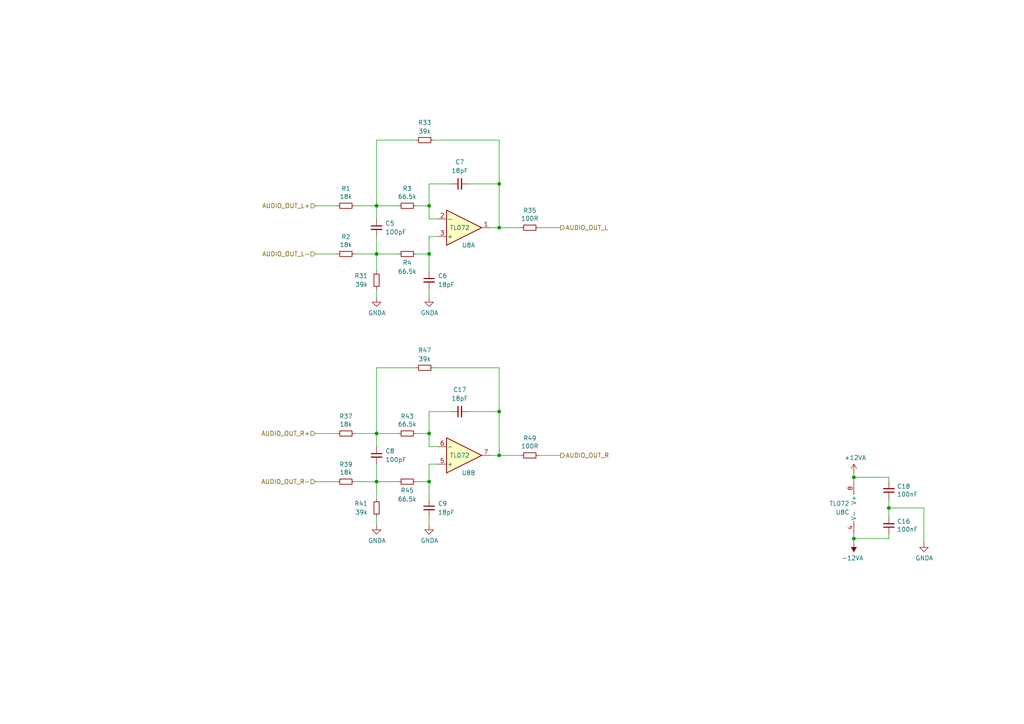
<source format=kicad_sch>
(kicad_sch (version 20230121) (generator eeschema)
  (paper "A4")
  (title_block (title "Echo Cinematic") (date "2024-01-29") (rev "A") (company "KNOBULA") (comment 3 "KNOBULA"))
  (lib_symbols
    (symbol "Amplifier_Operational:TL072" (pin_names (offset 0.127))
      (property "Reference" "U" (at 0 5.08 0))
      (property "Value" "TL072" (at 0 -5.08 0))
      (symbol "TL072_1_1"
        (polyline (pts (xy -5.08 5.08) (xy 5.08 0) (xy -5.08 -5.08) (xy -5.08 5.08)) (stroke (width 0.254)) (fill (type background)))
        (pin output line (at 7.62 0 180) (length 2.54) (name "~") (number "1"))
        (pin input line (at -7.62 -2.54 0) (length 2.54) (name "-") (number "2"))
        (pin input line (at -7.62 2.54 0) (length 2.54) (name "+") (number "3"))
      )
      (symbol "TL072_2_1"
        (polyline (pts (xy -5.08 5.08) (xy 5.08 0) (xy -5.08 -5.08) (xy -5.08 5.08)) (stroke (width 0.254)) (fill (type background)))
        (pin input line (at -7.62 2.54 0) (length 2.54) (name "+") (number "5"))
        (pin input line (at -7.62 -2.54 0) (length 2.54) (name "-") (number "6"))
        (pin output line (at 7.62 0 180) (length 2.54) (name "~") (number "7"))
      )
      (symbol "TL072_3_1"
        (pin power_in line (at -2.54 -7.62 90) (length 3.81) (name "V-") (number "4"))
        (pin power_in line (at -2.54 7.62 270) (length 3.81) (name "V+") (number "8"))
      )
    )
    (symbol "Device:C_Small" (pin_numbers hide) (pin_names (offset 0.254) hide)
      (property "Reference" "C" (at 0.254 1.778 0))
      (property "Value" "C_Small" (at 0.254 -2.032 0))
      (symbol "C_Small_0_1"
        (polyline (pts (xy -1.524 -0.508) (xy 1.524 -0.508)) (stroke (width 0.3302)))
        (polyline (pts (xy -1.524 0.508) (xy 1.524 0.508)) (stroke (width 0.3048)))
      )
      (symbol "C_Small_1_1"
        (pin passive line (at 0 2.54 270) (length 2.032) (name "~") (number "1"))
        (pin passive line (at 0 -2.54 90) (length 2.032) (name "~") (number "2"))
      )
    )
    (symbol "Device:R_Small" (pin_numbers hide) (pin_names (offset 0.254) hide)
      (property "Reference" "R" (at 0.762 0.508 0))
      (property "Value" "R_Small" (at 0.762 -1.016 0))
      (symbol "R_Small_0_1"
        (rectangle (start -0.762 1.778) (end 0.762 -1.778) (stroke (width 0.2032)))
      )
      (symbol "R_Small_1_1"
        (pin passive line (at 0 2.54 270) (length 0.762) (name "~") (number "1"))
        (pin passive line (at 0 -2.54 90) (length 0.762) (name "~") (number "2"))
      )
    )
    (symbol "power:+12VA" (power) (pin_names (offset 0))
      (property "Value" "+12VA" (at 0 3.556 0))
      (symbol "+12VA_0_1"
        (polyline (pts (xy -0.762 1.27) (xy 0 2.54)))
        (polyline (pts (xy 0 0) (xy 0 2.54)))
        (polyline (pts (xy 0 2.54) (xy 0.762 1.27)))
      )
      (symbol "+12VA_1_1"
        (pin power_in line (at 0 0 90) (length 0) hide (name "+12VA") (number "1"))
      )
    )
    (symbol "power:-12VA" (power) (pin_names (offset 0))
      (property "Value" "-12VA" (at 0 3.556 0))
      (symbol "-12VA_0_0"
        (pin power_in line (at 0 0 90) (length 0) hide (name "-12VA") (number "1"))
      )
      (symbol "-12VA_0_1"
        (polyline (pts (xy 0 0) (xy 0 1.27) (xy 0.762 1.27) (xy 0 2.54) (xy -0.762 1.27) (xy 0 1.27)) (fill (type outline)))
      )
    )
    (symbol "power:GNDA" (power) (pin_names (offset 0))
      (property "Value" "GNDA" (at 0 -3.81 0))
      (symbol "GNDA_0_1"
        (polyline (pts (xy 0 0) (xy 0 -1.27) (xy 1.27 -1.27) (xy 0 -2.54) (xy -1.27 -1.27) (xy 0 -1.27)))
      )
      (symbol "GNDA_1_1"
        (pin power_in line (at 0 0 270) (length 0) hide (name "GNDA") (number "1"))
      )
    )
  )
  (junction (at 109.22 73.66))
  (junction (at 109.22 59.69))
  (junction (at 144.78 66.04))
  (junction (at 247.65 156.21))
  (junction (at 247.65 138.43))
  (junction (at 124.46 139.7))
  (junction (at 144.78 119.38))
  (junction (at 144.78 53.34))
  (junction (at 124.46 125.73))
  (junction (at 109.22 125.73))
  (junction (at 257.81 147.32))
  (junction (at 124.46 73.66))
  (junction (at 109.22 139.7))
  (junction (at 144.78 132.08))
  (junction (at 124.46 59.69))
  (wire (pts (xy 124.46 73.66) (xy 124.46 78.74)))
  (wire (pts (xy 144.78 66.04) (xy 151.13 66.04)))
  (wire (pts (xy 91.44 73.66) (xy 97.79 73.66)))
  (wire (pts (xy 124.46 83.82) (xy 124.46 86.36)))
  (wire (pts (xy 127 68.58) (xy 124.46 68.58)))
  (wire (pts (xy 109.22 106.68) (xy 109.22 125.73)))
  (wire (pts (xy 247.65 154.94) (xy 247.65 156.21)))
  (wire (pts (xy 156.21 66.04) (xy 162.56 66.04)))
  (wire (pts (xy 124.46 68.58) (xy 124.46 73.66)))
  (wire (pts (xy 127 134.62) (xy 124.46 134.62)))
  (wire (pts (xy 124.46 53.34) (xy 124.46 59.69)))
  (wire (pts (xy 124.46 125.73) (xy 120.65 125.73)))
  (wire (pts (xy 124.46 119.38) (xy 124.46 125.73)))
  (wire (pts (xy 124.46 139.7) (xy 124.46 144.78)))
  (wire (pts (xy 127 129.54) (xy 124.46 129.54)))
  (wire (pts (xy 124.46 134.62) (xy 124.46 139.7)))
  (wire (pts (xy 124.46 63.5) (xy 124.46 59.69)))
  (wire (pts (xy 109.22 73.66) (xy 109.22 68.58)))
  (wire (pts (xy 135.89 119.38) (xy 144.78 119.38)))
  (wire (pts (xy 267.97 147.32) (xy 257.81 147.32)))
  (wire (pts (xy 124.46 129.54) (xy 124.46 125.73)))
  (wire (pts (xy 135.89 53.34) (xy 144.78 53.34)))
  (wire (pts (xy 144.78 132.08) (xy 142.24 132.08)))
  (wire (pts (xy 109.22 139.7) (xy 109.22 144.78)))
  (wire (pts (xy 109.22 139.7) (xy 115.57 139.7)))
  (wire (pts (xy 120.65 106.68) (xy 109.22 106.68)))
  (wire (pts (xy 267.97 157.48) (xy 267.97 147.32)))
  (wire (pts (xy 109.22 40.64) (xy 109.22 59.69)))
  (wire (pts (xy 102.87 59.69) (xy 109.22 59.69)))
  (wire (pts (xy 91.44 139.7) (xy 97.79 139.7)))
  (wire (pts (xy 109.22 139.7) (xy 109.22 134.62)))
  (wire (pts (xy 109.22 59.69) (xy 115.57 59.69)))
  (wire (pts (xy 125.73 106.68) (xy 144.78 106.68)))
  (wire (pts (xy 127 63.5) (xy 124.46 63.5)))
  (wire (pts (xy 109.22 73.66) (xy 115.57 73.66)))
  (wire (pts (xy 130.81 53.34) (xy 124.46 53.34)))
  (wire (pts (xy 247.65 138.43) (xy 247.65 139.7)))
  (wire (pts (xy 247.65 156.21) (xy 247.65 157.48)))
  (wire (pts (xy 144.78 106.68) (xy 144.78 119.38)))
  (wire (pts (xy 247.65 138.43) (xy 257.81 138.43)))
  (wire (pts (xy 247.65 156.21) (xy 257.81 156.21)))
  (wire (pts (xy 144.78 53.34) (xy 144.78 66.04)))
  (wire (pts (xy 109.22 59.69) (xy 109.22 63.5)))
  (wire (pts (xy 257.81 156.21) (xy 257.81 154.94)))
  (wire (pts (xy 257.81 138.43) (xy 257.81 139.7)))
  (wire (pts (xy 109.22 83.82) (xy 109.22 86.36)))
  (wire (pts (xy 109.22 73.66) (xy 109.22 78.74)))
  (wire (pts (xy 109.22 125.73) (xy 109.22 129.54)))
  (wire (pts (xy 102.87 139.7) (xy 109.22 139.7)))
  (wire (pts (xy 125.73 40.64) (xy 144.78 40.64)))
  (wire (pts (xy 144.78 119.38) (xy 144.78 132.08)))
  (wire (pts (xy 102.87 73.66) (xy 109.22 73.66)))
  (wire (pts (xy 130.81 119.38) (xy 124.46 119.38)))
  (wire (pts (xy 91.44 59.69) (xy 97.79 59.69)))
  (wire (pts (xy 120.65 40.64) (xy 109.22 40.64)))
  (wire (pts (xy 144.78 40.64) (xy 144.78 53.34)))
  (wire (pts (xy 144.78 66.04) (xy 142.24 66.04)))
  (wire (pts (xy 124.46 139.7) (xy 120.65 139.7)))
  (wire (pts (xy 156.21 132.08) (xy 162.56 132.08)))
  (wire (pts (xy 247.65 137.16) (xy 247.65 138.43)))
  (wire (pts (xy 124.46 73.66) (xy 120.65 73.66)))
  (wire (pts (xy 144.78 132.08) (xy 151.13 132.08)))
  (wire (pts (xy 109.22 125.73) (xy 115.57 125.73)))
  (wire (pts (xy 91.44 125.73) (xy 97.79 125.73)))
  (wire (pts (xy 102.87 125.73) (xy 109.22 125.73)))
  (wire (pts (xy 124.46 59.69) (xy 120.65 59.69)))
  (wire (pts (xy 257.81 147.32) (xy 257.81 149.86)))
  (wire (pts (xy 257.81 144.78) (xy 257.81 147.32)))
  (wire (pts (xy 109.22 149.86) (xy 109.22 152.4)))
  (wire (pts (xy 124.46 149.86) (xy 124.46 152.4)))
  (hierarchical_label "AUDIO_OUT_R+" (shape input) (at 91.44 125.73 180))
  (hierarchical_label "AUDIO_OUT_R-" (shape input) (at 91.44 139.7 180))
  (hierarchical_label "AUDIO_OUT_R" (shape output) (at 162.56 132.08 0))
  (hierarchical_label "AUDIO_OUT_L+" (shape input) (at 91.44 59.69 180))
  (hierarchical_label "AUDIO_OUT_L" (shape output) (at 162.56 66.04 0))
  (hierarchical_label "AUDIO_OUT_L-" (shape input) (at 91.44 73.66 180))
  (symbol (lib_id "power:GNDA") (at 267.97 157.48 0) (unit 1)
    (property "Reference" "#PWR0105" (effects hide))
    (property "Value" "GNDA" (at 268.097 161.8742 0))
  )
  (symbol (lib_id "Device:C_Small") (at 257.81 142.24 180) (unit 1)
    (property "Reference" "C18" (at 260.1468 141.0716 0) (effects (justify right)))
    (property "Value" "100nF" (at 260.1468 143.383 0) (effects (justify right)))
    (property "Footprint" "Capacitor_SMD:C_0603_1608Metric" (effects hide))
  )
  (symbol (lib_id "power:+12VA") (at 247.65 137.16 0) (unit 1)
    (property "Reference" "#PWR0106" (effects hide))
    (property "Value" "+12VA" (at 248.031 132.7658 0))
  )
  (symbol (lib_id "Device:C_Small") (at 257.81 152.4 180) (unit 1)
    (property "Reference" "C16" (at 260.1468 151.2316 0) (effects (justify right)))
    (property "Value" "100nF" (at 260.1468 153.543 0) (effects (justify right)))
    (property "Footprint" "Capacitor_SMD:C_0603_1608Metric" (effects hide))
  )
  (symbol (lib_id "power:-12VA") (at 247.65 157.48 180) (unit 1)
    (property "Reference" "#PWR0107" (effects hide))
    (property "Value" "-12VA" (at 247.269 161.8742 0))
  )
  (symbol (lib_id "Device:R_Small") (at 153.67 66.04 270) (unit 1)
    (property "Reference" "R35" (at 153.67 61.0616 90))
    (property "Value" "100R" (at 153.67 63.373 90))
    (property "Footprint" "Resistor_SMD:R_0603_1608Metric" (effects hide))
  )
  (symbol (lib_id "Amplifier_Operational:TL072") (at 250.19 147.32 0) (unit 3)
    (property "Reference" "U8" (at 246.38 148.59 0) (effects (justify right)))
    (property "Value" "TL072" (at 246.38 146.05 0) (effects (justify right)))
    (property "Footprint" "Package_SO:SO-8_3.9x4.9mm_P1.27mm" (effects hide))
    (property "Datasheet" "http://www.ti.com/lit/ds/symlink/tl071.pdf" (effects hide))
  )
  (symbol (lib_id "Device:R_Small") (at 109.22 81.28 0) (mirror y) (unit 1)
    (property "Reference" "R31" (at 106.68 80.01 0) (effects (justify left)))
    (property "Value" "39k" (at 106.68 82.55 0) (effects (justify left)))
    (property "Footprint" "Resistor_SMD:R_0603_1608Metric" (effects hide))
  )
  (symbol (lib_id "Device:R_Small") (at 118.11 125.73 270) (unit 1)
    (property "Reference" "R43" (at 118.11 120.7516 90))
    (property "Value" "66.5k" (at 118.11 123.063 90))
    (property "Footprint" "Resistor_SMD:R_0603_1608Metric" (effects hide))
  )
  (symbol (lib_id "Device:R_Small") (at 118.11 73.66 270) (unit 1)
    (property "Reference" "R4" (at 118.11 76.2 90))
    (property "Value" "66.5k" (at 118.11 78.74 90))
    (property "Footprint" "Resistor_SMD:R_0603_1608Metric" (effects hide))
  )
  (symbol (lib_id "Device:R_Small") (at 123.19 40.64 90) (mirror x) (unit 1)
    (property "Reference" "R33" (at 123.19 35.56 90))
    (property "Value" "39k" (at 123.19 38.1 90))
    (property "Footprint" "Resistor_SMD:R_0603_1608Metric" (effects hide))
  )
  (symbol (lib_id "Device:R_Small") (at 123.19 106.68 90) (mirror x) (unit 1)
    (property "Reference" "R47" (at 123.19 101.6 90))
    (property "Value" "39k" (at 123.19 104.14 90))
    (property "Footprint" "Resistor_SMD:R_0603_1608Metric" (effects hide))
  )
  (symbol (lib_id "Device:R_Small") (at 118.11 59.69 270) (unit 1)
    (property "Reference" "R3" (at 118.11 54.7116 90))
    (property "Value" "66.5k" (at 118.11 57.023 90))
    (property "Footprint" "Resistor_SMD:R_0603_1608Metric" (effects hide))
  )
  (symbol (lib_id "Device:R_Small") (at 118.11 139.7 270) (unit 1)
    (property "Reference" "R45" (at 118.11 142.24 90))
    (property "Value" "66.5k" (at 118.11 144.78 90))
    (property "Footprint" "Resistor_SMD:R_0603_1608Metric" (effects hide))
  )
  (symbol (lib_id "Device:R_Small") (at 100.33 125.73 270) (unit 1)
    (property "Reference" "R37" (at 100.33 120.7516 90))
    (property "Value" "18k" (at 100.33 123.063 90))
    (property "Footprint" "Resistor_SMD:R_0603_1608Metric" (effects hide))
  )
  (symbol (lib_id "power:GNDA") (at 124.46 152.4 0) (unit 1)
    (property "Reference" "#PWR052" (effects hide))
    (property "Value" "GNDA" (at 124.587 156.7942 0))
  )
  (symbol (lib_id "power:GNDA") (at 124.46 86.36 0) (unit 1)
    (property "Reference" "#PWR06" (effects hide))
    (property "Value" "GNDA" (at 124.587 90.7542 0))
  )
  (symbol (lib_id "power:GNDA") (at 109.22 86.36 0) (unit 1)
    (property "Reference" "#PWR05" (effects hide))
    (property "Value" "GNDA" (at 109.347 90.7542 0))
  )
  (symbol (lib_id "Device:R_Small") (at 100.33 139.7 270) (unit 1)
    (property "Reference" "R39" (at 100.33 134.7216 90))
    (property "Value" "18k" (at 100.33 137.033 90))
    (property "Footprint" "Resistor_SMD:R_0603_1608Metric" (effects hide))
  )
  (symbol (lib_id "Device:C_Small") (at 133.35 119.38 90) (unit 1)
    (property "Reference" "C17" (at 133.3563 113.03 90))
    (property "Value" "18pF" (at 133.3563 115.57 90))
    (property "Footprint" "Capacitor_SMD:C_0603_1608Metric" (effects hide))
  )
  (symbol (lib_id "Amplifier_Operational:TL072") (at 134.62 132.08 0) (mirror x) (unit 2)
    (property "Reference" "U8" (at 135.89 137.16 0))
    (property "Value" "TL072" (at 133.35 132.08 0))
    (property "Footprint" "Package_SO:SO-8_3.9x4.9mm_P1.27mm" (effects hide))
    (property "Datasheet" "http://www.ti.com/lit/ds/symlink/tl071.pdf" (effects hide))
  )
  (symbol (lib_id "Device:R_Small") (at 109.22 147.32 0) (mirror y) (unit 1)
    (property "Reference" "R41" (at 106.68 146.05 0) (effects (justify left)))
    (property "Value" "39k" (at 106.68 148.59 0) (effects (justify left)))
    (property "Footprint" "Resistor_SMD:R_0603_1608Metric" (effects hide))
  )
  (symbol (lib_id "Device:C_Small") (at 124.46 147.32 0) (unit 1)
    (property "Reference" "C9" (at 127 146.0563 0) (effects (justify left)))
    (property "Value" "18pF" (at 127 148.5963 0) (effects (justify left)))
    (property "Footprint" "Capacitor_SMD:C_0603_1608Metric" (effects hide))
  )
  (symbol (lib_id "Device:R_Small") (at 100.33 59.69 270) (unit 1)
    (property "Reference" "R1" (at 100.33 54.7116 90))
    (property "Value" "18k" (at 100.33 57.023 90))
    (property "Footprint" "Resistor_SMD:R_0603_1608Metric" (effects hide))
  )
  (symbol (lib_id "Device:R_Small") (at 100.33 73.66 270) (unit 1)
    (property "Reference" "R2" (at 100.33 68.6816 90))
    (property "Value" "18k" (at 100.33 70.993 90))
    (property "Footprint" "Resistor_SMD:R_0603_1608Metric" (effects hide))
  )
  (symbol (lib_id "Device:C_Small") (at 133.35 53.34 90) (unit 1)
    (property "Reference" "C7" (at 133.3563 46.99 90))
    (property "Value" "18pF" (at 133.3563 49.53 90))
    (property "Footprint" "Capacitor_SMD:C_0603_1608Metric" (effects hide))
  )
  (symbol (lib_id "Device:C_Small") (at 109.22 132.08 0) (unit 1)
    (property "Reference" "C8" (at 111.76 130.8163 0) (effects (justify left)))
    (property "Value" "100pF" (at 111.76 133.3563 0) (effects (justify left)))
    (property "Footprint" "Capacitor_SMD:C_0603_1608Metric" (effects hide))
  )
  (symbol (lib_id "Amplifier_Operational:TL072") (at 134.62 66.04 0) (mirror x) (unit 1)
    (property "Reference" "U8" (at 135.89 71.12 0))
    (property "Value" "TL072" (at 133.35 66.04 0))
    (property "Footprint" "Package_SO:SO-8_3.9x4.9mm_P1.27mm" (effects hide))
    (property "Datasheet" "http://www.ti.com/lit/ds/symlink/tl071.pdf" (effects hide))
  )
  (symbol (lib_id "Device:C_Small") (at 124.46 81.28 0) (unit 1)
    (property "Reference" "C6" (at 127 80.0163 0) (effects (justify left)))
    (property "Value" "18pF" (at 127 82.5563 0) (effects (justify left)))
    (property "Footprint" "Capacitor_SMD:C_0603_1608Metric" (effects hide))
  )
  (symbol (lib_id "Device:C_Small") (at 109.22 66.04 0) (unit 1)
    (property "Reference" "C5" (at 111.76 64.7763 0) (effects (justify left)))
    (property "Value" "100pF" (at 111.76 67.3163 0) (effects (justify left)))
    (property "Footprint" "Capacitor_SMD:C_0603_1608Metric" (effects hide))
  )
  (symbol (lib_id "power:GNDA") (at 109.22 152.4 0) (unit 1)
    (property "Reference" "#PWR051" (effects hide))
    (property "Value" "GNDA" (at 109.347 156.7942 0))
  )
  (symbol (lib_id "Device:R_Small") (at 153.67 132.08 270) (unit 1)
    (property "Reference" "R49" (at 153.67 127.1016 90))
    (property "Value" "100R" (at 153.67 129.413 90))
    (property "Footprint" "Resistor_SMD:R_0603_1608Metric" (effects hide))
  )
)
</source>
